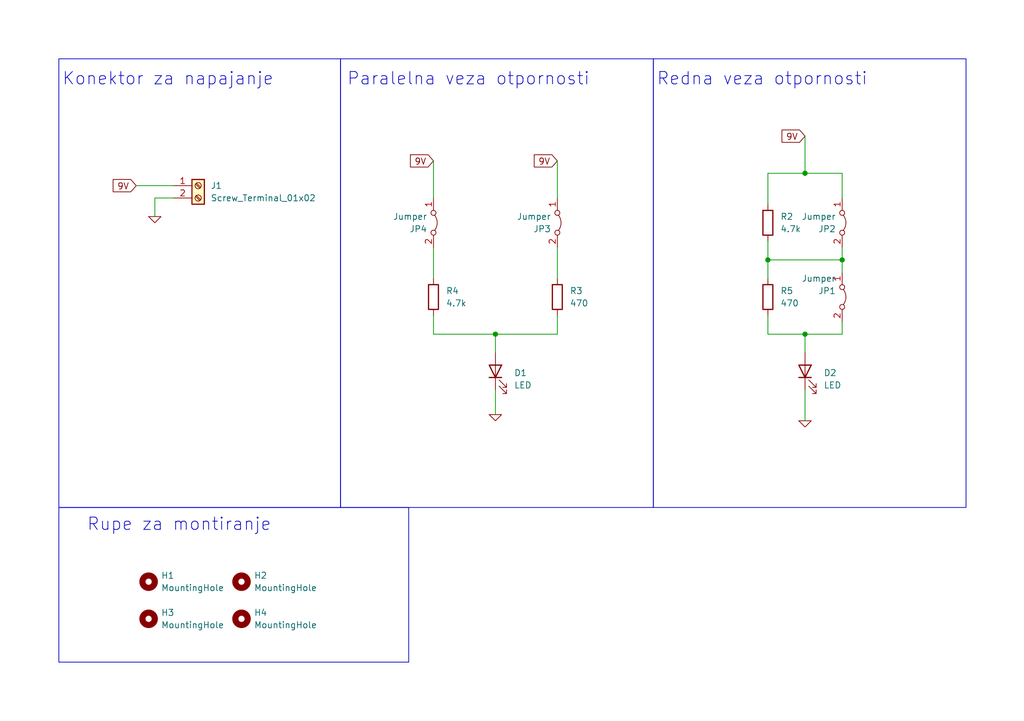
<source format=kicad_sch>
(kicad_sch (version 20231120) (generator "eeschema") (generator_version "8.0")
  (paper "A5")
  (title_block (title "Redna i paralelna otpornost") (rev "v1"))
  (lib_symbols
    (symbol "Connector:Screw_Terminal_01x02" (pin_names (offset 1.016) hide)
      (property "Reference" "J" (at 0 2.54 0))
      (property "Value" "Screw_Terminal_01x02" (at 0 -5.08 0))
      (symbol "Screw_Terminal_01x02_1_1"
        (rectangle (start -1.27 1.27) (end 1.27 -3.81) (stroke (width 0.254)) (fill (type background)))
        (circle (center 0 -2.54) (radius 0.635) (stroke (width 0.1524)))
        (polyline (pts (xy -0.5334 -2.2098) (xy 0.3302 -3.048)) (stroke (width 0.1524)))
        (polyline (pts (xy -0.5334 0.3302) (xy 0.3302 -0.508)) (stroke (width 0.1524)))
        (polyline (pts (xy -0.3556 -2.032) (xy 0.508 -2.8702)) (stroke (width 0.1524)))
        (polyline (pts (xy -0.3556 0.508) (xy 0.508 -0.3302)) (stroke (width 0.1524)))
        (circle (center 0 0) (radius 0.635) (stroke (width 0.1524)))
        (pin passive line (at -5.08 0 0) (length 3.81) (name "Pin_1") (number "1"))
        (pin passive line (at -5.08 -2.54 0) (length 3.81) (name "Pin_2") (number "2"))
      )
    )
    (symbol "Device:LED" (pin_numbers hide) (pin_names (offset 1.016) hide)
      (property "Reference" "D" (at 0 2.54 0))
      (property "Value" "LED" (at 0 -2.54 0))
      (symbol "LED_0_1"
        (polyline (pts (xy -1.27 -1.27) (xy -1.27 1.27)) (stroke (width 0.254)))
        (polyline (pts (xy -1.27 0) (xy 1.27 0)))
        (polyline (pts (xy 1.27 -1.27) (xy 1.27 1.27) (xy -1.27 0) (xy 1.27 -1.27)) (stroke (width 0.254)))
        (polyline (pts (xy -3.048 -0.762) (xy -4.572 -2.286) (xy -3.81 -2.286) (xy -4.572 -2.286) (xy -4.572 -1.524)))
        (polyline (pts (xy -1.778 -0.762) (xy -3.302 -2.286) (xy -2.54 -2.286) (xy -3.302 -2.286) (xy -3.302 -1.524)))
      )
      (symbol "LED_1_1"
        (pin passive line (at -3.81 0 0) (length 2.54) (name "K") (number "1"))
        (pin passive line (at 3.81 0 180) (length 2.54) (name "A") (number "2"))
      )
    )
    (symbol "Device:R" (pin_numbers hide) (pin_names (offset 0))
      (property "Reference" "R" (at 2.032 0 90))
      (property "Value" "R" (at 0 0 90))
      (symbol "R_0_1"
        (rectangle (start -1.016 -2.54) (end 1.016 2.54) (stroke (width 0.254)))
      )
      (symbol "R_1_1"
        (pin passive line (at 0 3.81 270) (length 1.27) (name "~") (number "1"))
        (pin passive line (at 0 -3.81 90) (length 1.27) (name "~") (number "2"))
      )
    )
    (symbol "Jumper:Jumper_2_Bridged" (pin_names (offset 0) hide)
      (property "Reference" "JP" (at 0 1.905 0))
      (property "Value" "Jumper_2_Bridged" (at 0 -2.54 0))
      (symbol "Jumper_2_Bridged_0_0"
        (circle (center -2.032 0) (radius 0.508))
        (circle (center 2.032 0) (radius 0.508))
      )
      (symbol "Jumper_2_Bridged_0_1"
        (arc (start 1.524 0.254) (mid 0 0.762) (end -1.524 0.254))
      )
      (symbol "Jumper_2_Bridged_1_1"
        (pin passive line (at -5.08 0 0) (length 2.54) (name "A") (number "1"))
        (pin passive line (at 5.08 0 180) (length 2.54) (name "B") (number "2"))
      )
    )
    (symbol "Mechanical:MountingHole" (pin_names (offset 1.016))
      (property "Reference" "H" (at 0 5.08 0))
      (property "Value" "MountingHole" (at 0 3.175 0))
      (symbol "MountingHole_0_1"
        (circle (center 0 0) (radius 1.27) (stroke (width 1.27)))
      )
    )
    (symbol "Simulation_SPICE:0" (power) (pin_names (offset 0))
      (property "Value" "0" (at 0 -1.778 0))
      (symbol "0_0_1"
        (polyline (pts (xy -1.27 0) (xy 0 -1.27) (xy 1.27 0) (xy -1.27 0)))
      )
      (symbol "0_1_1"
        (pin power_in line (at 0 0 0) (length 0) hide (name "0") (number "1"))
      )
    )
  )
  (junction (at 165.1 35.56))
  (junction (at 172.72 53.34))
  (junction (at 165.1 68.58))
  (junction (at 157.48 53.34))
  (junction (at 101.6 68.58))
  (wire (pts (xy 165.1 68.58) (xy 157.48 68.58)))
  (wire (pts (xy 101.6 68.58) (xy 88.9 68.58)))
  (wire (pts (xy 172.72 53.34) (xy 172.72 50.8)))
  (wire (pts (xy 31.75 40.64) (xy 35.56 40.64)))
  (wire (pts (xy 101.6 68.58) (xy 114.3 68.58)))
  (wire (pts (xy 88.9 64.77) (xy 88.9 68.58)))
  (wire (pts (xy 157.48 49.53) (xy 157.48 53.34)))
  (wire (pts (xy 114.3 33.02) (xy 114.3 40.64)))
  (wire (pts (xy 101.6 68.58) (xy 101.6 72.39)))
  (wire (pts (xy 165.1 68.58) (xy 165.1 72.39)))
  (wire (pts (xy 157.48 53.34) (xy 172.72 53.34)))
  (wire (pts (xy 172.72 35.56) (xy 165.1 35.56)))
  (wire (pts (xy 172.72 66.04) (xy 172.72 68.58)))
  (wire (pts (xy 35.56 38.1) (xy 27.94 38.1)))
  (wire (pts (xy 172.72 53.34) (xy 172.72 55.88)))
  (wire (pts (xy 31.75 40.64) (xy 31.75 44.45)))
  (wire (pts (xy 165.1 35.56) (xy 157.48 35.56)))
  (wire (pts (xy 165.1 27.94) (xy 165.1 35.56)))
  (wire (pts (xy 114.3 68.58) (xy 114.3 64.77)))
  (wire (pts (xy 88.9 33.02) (xy 88.9 40.64)))
  (wire (pts (xy 172.72 40.64) (xy 172.72 35.56)))
  (wire (pts (xy 157.48 64.77) (xy 157.48 68.58)))
  (wire (pts (xy 157.48 35.56) (xy 157.48 41.91)))
  (wire (pts (xy 172.72 68.58) (xy 165.1 68.58)))
  (wire (pts (xy 114.3 50.8) (xy 114.3 57.15)))
  (wire (pts (xy 157.48 53.34) (xy 157.48 57.15)))
  (wire (pts (xy 88.9 50.8) (xy 88.9 57.15)))
  (wire (pts (xy 101.6 80.01) (xy 101.6 85.09)))
  (wire (pts (xy 165.1 80.01) (xy 165.1 86.36)))
  (rectangle (start 12.065 12.065) (end 69.85 104.14))
  (rectangle (start 12.065 104.14) (end 83.82 135.89))
  (rectangle (start 69.85 12.065) (end 133.985 104.14))
  (rectangle (start 133.985 12.065) (end 198.12 104.14))
  (text "Redna veza otpornosti\n" (at 134.62 17.78 0) (effects (font (size 2.54 2.54)) (justify left bottom)))
  (text "Rupe za montiranje\n" (at 17.78 109.22 0) (effects (font (size 2.54 2.54)) (justify left bottom)))
  (text "Konektor za napajanje" (at 12.7 17.78 0) (effects (font (size 2.54 2.54)) (justify left bottom)))
  (text "Paralelna veza otpornosti\n" (at 71.12 17.78 0) (effects (font (size 2.54 2.54)) (justify left bottom)))
  (global_label "9V" (shape input) (at 88.9 33.02 180) (property "Intersheetrefs" "${INTERSHEET_REFS}" (effects (hide yes))))
  (global_label "9V" (shape input) (at 114.3 33.02 180) (property "Intersheetrefs" "${INTERSHEET_REFS}" (effects (hide yes))))
  (global_label "9V" (shape input) (at 165.1 27.94 180) (property "Intersheetrefs" "${INTERSHEET_REFS}" (effects (hide yes))))
  (global_label "9V" (shape input) (at 27.94 38.1 180) (property "Intersheetrefs" "${INTERSHEET_REFS}" (effects (hide yes))))
  (symbol (lib_id "Simulation_SPICE:0") (at 165.1 86.36 0) (unit 1)
    (property "Reference" "#GND04" (effects (hide yes)))
    (property "Value" "0" (effects (hide yes)))
  )
  (symbol (lib_id "Mechanical:MountingHole") (at 30.48 127 0) (unit 1)
    (property "Reference" "H3" (at 33.02 125.73 0) (effects (justify left)))
    (property "Value" "MountingHole" (at 33.02 128.27 0) (effects (justify left)))
    (property "Footprint" "MountingHole:MountingHole_3.2mm_M3_ISO14580_Pad_TopBottom" (effects (hide yes)))
  )
  (symbol (lib_id "Device:R") (at 157.48 45.72 0) (unit 1)
    (property "Reference" "R2" (at 160.02 44.45 0) (effects (justify left)))
    (property "Value" "4.7k" (at 160.02 46.99 0) (effects (justify left)))
    (property "Footprint" "Resistor_SMD:R_1206_3216Metric_Pad1.30x1.75mm_HandSolder" (effects (hide yes)))
  )
  (symbol (lib_id "Device:R") (at 114.3 60.96 0) (unit 1)
    (property "Reference" "R3" (at 116.84 59.69 0) (effects (justify left)))
    (property "Value" "470" (at 116.84 62.23 0) (effects (justify left)))
    (property "Footprint" "Resistor_THT:R_Axial_DIN0207_L6.3mm_D2.5mm_P15.24mm_Horizontal" (effects (hide yes)))
  )
  (symbol (lib_id "Connector:Screw_Terminal_01x02") (at 40.64 38.1 0) (unit 1) (exclude_from_sim yes)
    (property "Reference" "J1" (at 43.18 38.1 0) (effects (justify left)))
    (property "Value" "Screw_Terminal_01x02" (at 43.18 40.64 0) (effects (justify left)))
    (property "Footprint" "TerminalBlock_Phoenix:TerminalBlock_Phoenix_MKDS-1,5-2-5.08_1x02_P5.08mm_Horizontal" (effects (hide yes)))
  )
  (symbol (lib_id "Jumper:Jumper_2_Bridged") (at 114.3 45.72 270) (unit 1)
    (property "Reference" "JP3" (at 113.03 46.99 90) (effects (justify right)))
    (property "Value" "Jumper" (at 113.03 44.45 90) (effects (justify right)))
    (property "Footprint" "Connector_PinHeader_2.54mm:PinHeader_1x02_P2.54mm_Vertical" (effects (hide yes)))
  )
  (symbol (lib_id "Mechanical:MountingHole") (at 49.53 119.38 0) (unit 1)
    (property "Reference" "H2" (at 52.07 118.11 0) (effects (justify left)))
    (property "Value" "MountingHole" (at 52.07 120.65 0) (effects (justify left)))
    (property "Footprint" "MountingHole:MountingHole_3.2mm_M3_ISO14580_Pad_TopBottom" (effects (hide yes)))
  )
  (symbol (lib_id "Jumper:Jumper_2_Bridged") (at 172.72 60.96 270) (unit 1)
    (property "Reference" "JP1" (at 171.45 59.69 90) (effects (justify right)))
    (property "Value" "Jumper" (at 171.45 57.15 90) (effects (justify right)))
    (property "Footprint" "Connector_PinHeader_2.54mm:PinHeader_1x02_P2.54mm_Vertical" (effects (hide yes)))
  )
  (symbol (lib_id "Mechanical:MountingHole") (at 30.48 119.38 0) (unit 1)
    (property "Reference" "H1" (at 33.02 118.11 0) (effects (justify left)))
    (property "Value" "MountingHole" (at 33.02 120.65 0) (effects (justify left)))
    (property "Footprint" "MountingHole:MountingHole_3.2mm_M3_ISO14580_Pad_TopBottom" (effects (hide yes)))
  )
  (symbol (lib_id "Device:LED") (at 165.1 76.2 90) (unit 1)
    (property "Reference" "D2" (at 168.91 76.5175 90) (effects (justify right)))
    (property "Value" "LED" (at 168.91 79.0575 90) (effects (justify right)))
    (property "Footprint" "LED_SMD:LED_1206_3216Metric_Pad1.42x1.75mm_HandSolder" (effects (hide yes)))
  )
  (symbol (lib_id "Jumper:Jumper_2_Bridged") (at 88.9 45.72 270) (unit 1)
    (property "Reference" "JP4" (at 87.63 46.99 90) (effects (justify right)))
    (property "Value" "Jumper" (at 87.63 44.45 90) (effects (justify right)))
    (property "Footprint" "Connector_PinHeader_2.54mm:PinHeader_1x02_P2.54mm_Vertical" (effects (hide yes)))
  )
  (symbol (lib_id "Mechanical:MountingHole") (at 49.53 127 0) (unit 1)
    (property "Reference" "H4" (at 52.07 125.73 0) (effects (justify left)))
    (property "Value" "MountingHole" (at 52.07 128.27 0) (effects (justify left)))
    (property "Footprint" "MountingHole:MountingHole_3.2mm_M3_ISO14580_Pad_TopBottom" (effects (hide yes)))
  )
  (symbol (lib_id "Jumper:Jumper_2_Bridged") (at 172.72 45.72 270) (unit 1)
    (property "Reference" "JP2" (at 171.45 46.99 90) (effects (justify right)))
    (property "Value" "Jumper" (at 171.45 44.45 90) (effects (justify right)))
    (property "Footprint" "Connector_PinHeader_2.54mm:PinHeader_1x02_P2.54mm_Vertical" (effects (hide yes)))
  )
  (symbol (lib_id "Device:R") (at 157.48 60.96 0) (unit 1)
    (property "Reference" "R5" (at 160.02 59.69 0) (effects (justify left)))
    (property "Value" "470" (at 160.02 62.23 0) (effects (justify left)))
    (property "Footprint" "Resistor_SMD:R_1206_3216Metric_Pad1.30x1.75mm_HandSolder" (effects (hide yes)))
  )
  (symbol (lib_id "Simulation_SPICE:0") (at 31.75 44.45 0) (unit 1)
    (property "Reference" "#GND03" (effects (hide yes)))
    (property "Value" "0" (effects (hide yes)))
  )
  (symbol (lib_id "Device:LED") (at 101.6 76.2 90) (unit 1)
    (property "Reference" "D1" (at 105.41 76.5175 90) (effects (justify right)))
    (property "Value" "LED" (at 105.41 79.0575 90) (effects (justify right)))
  )
  (symbol (lib_id "Simulation_SPICE:0") (at 101.6 85.09 0) (unit 1)
    (property "Reference" "#GND01" (effects (hide yes)))
    (property "Value" "0" (effects (hide yes)))
  )
  (symbol (lib_id "Device:R") (at 88.9 60.96 180) (unit 1)
    (property "Reference" "R4" (at 91.44 59.69 0) (effects (justify right)))
    (property "Value" "4.7k" (at 91.44 62.23 0) (effects (justify right)))
    (property "Footprint" "Resistor_THT:R_Axial_DIN0207_L6.3mm_D2.5mm_P15.24mm_Horizontal" (effects (hide yes)))
  )
)
</source>
